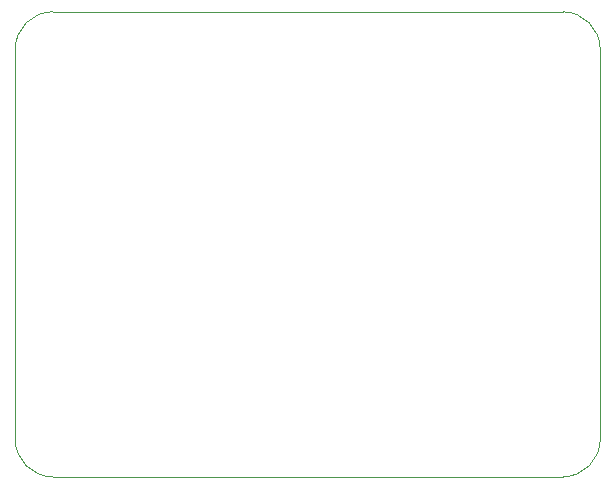
<source format=gm1>
G04 #@! TF.GenerationSoftware,KiCad,Pcbnew,6.0.4-6f826c9f35~116~ubuntu20.04.1*
G04 #@! TF.CreationDate,2022-04-25T13:09:09+02:00*
G04 #@! TF.ProjectId,foc,666f632e-6b69-4636-9164-5f7063625858,rev?*
G04 #@! TF.SameCoordinates,Original*
G04 #@! TF.FileFunction,Profile,NP*
%FSLAX46Y46*%
G04 Gerber Fmt 4.6, Leading zero omitted, Abs format (unit mm)*
G04 Created by KiCad (PCBNEW 6.0.4-6f826c9f35~116~ubuntu20.04.1) date 2022-04-25 13:09:09*
%MOMM*%
%LPD*%
G01*
G04 APERTURE LIST*
G04 #@! TA.AperFunction,Profile*
%ADD10C,0.100000*%
G04 #@! TD*
G04 APERTURE END LIST*
D10*
X139065000Y-121920000D02*
G75*
G03*
X142240000Y-125095000I3175000J0D01*
G01*
X142240000Y-85725000D02*
G75*
G03*
X139065000Y-88900000I0J-3175000D01*
G01*
X142240000Y-125095000D02*
X185420000Y-125095000D01*
X142240000Y-85725000D02*
X185420000Y-85725000D01*
X185420000Y-125095000D02*
G75*
G03*
X188595000Y-121920000I0J3175000D01*
G01*
X139065000Y-88900000D02*
X139065000Y-121920000D01*
X188595000Y-88900000D02*
X188595000Y-121920000D01*
X188595000Y-88900000D02*
G75*
G03*
X185420000Y-85725000I-3195200J-20200D01*
G01*
M02*

</source>
